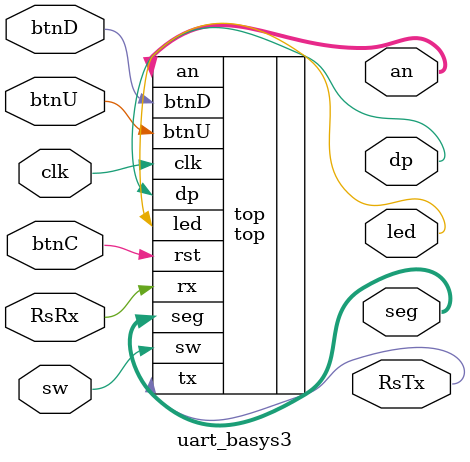
<source format=sv>
`timescale 1 ns / 1 ps

module uart_basys3 (
    input  logic clk,
    input logic btnC,
    input logic btnU,
    input logic btnD,
    input logic sw,
    input logic RsRx,

    output logic RsTx,
    output logic [3:0]an,
    output logic [6:0]seg,
    output logic led,
    output logic dp
);

    top top (
        .clk,
        .rst(btnC),
        .btnU,
        .btnD,
        .sw,
        .rx(RsRx),
        .tx(RsTx),
        .led,
        .an,
        .seg,
        .dp
    );

endmodule

</source>
